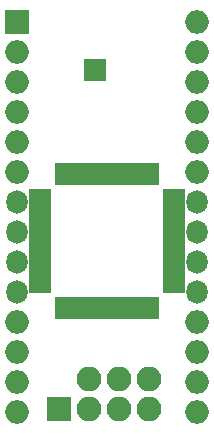
<source format=gts>
G04 #@! TF.FileFunction,Soldermask,Top*
%FSLAX46Y46*%
G04 Gerber Fmt 4.6, Leading zero omitted, Abs format (unit mm)*
G04 Created by KiCad (PCBNEW 4.0.7-e2-6376~58~ubuntu16.04.1) date Fri Nov 24 21:44:44 2023*
%MOMM*%
%LPD*%
G01*
G04 APERTURE LIST*
%ADD10C,0.100000*%
%ADD11R,2.100000X2.100000*%
%ADD12O,2.100000X2.100000*%
%ADD13R,2.000000X2.000000*%
%ADD14O,2.000000X2.000000*%
%ADD15O,1.800000X2.000000*%
%ADD16R,1.900000X0.950000*%
%ADD17R,0.950000X1.900000*%
%ADD18R,1.900000X1.900000*%
G04 APERTURE END LIST*
D10*
D11*
X169418000Y-145288000D03*
D12*
X171958000Y-145288000D03*
X171958000Y-142748000D03*
X174498000Y-145288000D03*
X174498000Y-142748000D03*
X177038000Y-145288000D03*
X177038000Y-142748000D03*
D13*
X165862000Y-112522000D03*
D14*
X181102000Y-145542000D03*
X165862000Y-115062000D03*
X181102000Y-143002000D03*
X165862000Y-117602000D03*
X181102000Y-140462000D03*
X165862000Y-120142000D03*
X181102000Y-137922000D03*
X165862000Y-122682000D03*
D15*
X181102000Y-135382000D03*
D14*
X165862000Y-125222000D03*
D15*
X181102000Y-132842000D03*
X165862000Y-127762000D03*
X181102000Y-130302000D03*
X165862000Y-130302000D03*
X181102000Y-127762000D03*
X165862000Y-132842000D03*
D14*
X181102000Y-125222000D03*
D15*
X165862000Y-135382000D03*
D14*
X181102000Y-122682000D03*
X165862000Y-137922000D03*
X181102000Y-120142000D03*
X165862000Y-140462000D03*
X181102000Y-117602000D03*
X165862000Y-143002000D03*
X181102000Y-115062000D03*
X165862000Y-145542000D03*
X181102000Y-112522000D03*
D16*
X167782000Y-127064000D03*
X167782000Y-127864000D03*
X167782000Y-128664000D03*
X167782000Y-129464000D03*
X167782000Y-130264000D03*
X167782000Y-131064000D03*
X167782000Y-131864000D03*
X167782000Y-132664000D03*
X167782000Y-133464000D03*
X167782000Y-134264000D03*
X167782000Y-135064000D03*
D17*
X169482000Y-136764000D03*
X170282000Y-136764000D03*
X171082000Y-136764000D03*
X171882000Y-136764000D03*
X172682000Y-136764000D03*
X173482000Y-136764000D03*
X174282000Y-136764000D03*
X175082000Y-136764000D03*
X175882000Y-136764000D03*
X176682000Y-136764000D03*
X177482000Y-136764000D03*
D16*
X179182000Y-135064000D03*
X179182000Y-134264000D03*
X179182000Y-133464000D03*
X179182000Y-132664000D03*
X179182000Y-131864000D03*
X179182000Y-131064000D03*
X179182000Y-130264000D03*
X179182000Y-129464000D03*
X179182000Y-128664000D03*
X179182000Y-127864000D03*
X179182000Y-127064000D03*
D17*
X177482000Y-125364000D03*
X176682000Y-125364000D03*
X175882000Y-125364000D03*
X175082000Y-125364000D03*
X174282000Y-125364000D03*
X173482000Y-125364000D03*
X172682000Y-125364000D03*
X171882000Y-125364000D03*
X171082000Y-125364000D03*
X170282000Y-125364000D03*
X169482000Y-125364000D03*
D18*
X172466000Y-116586000D03*
M02*

</source>
